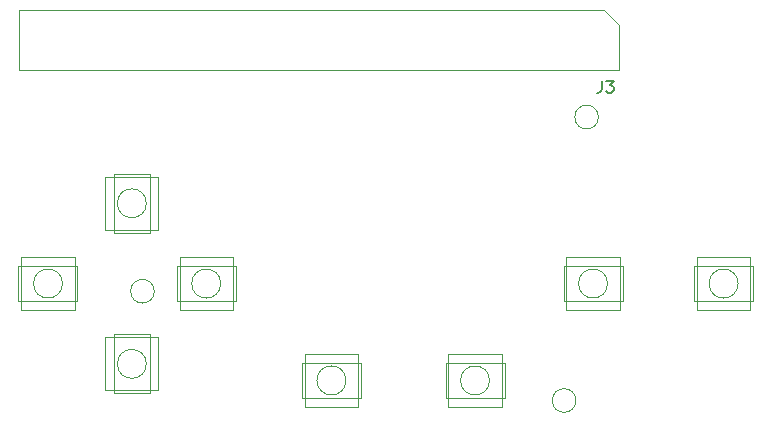
<source format=gbr>
%TF.GenerationSoftware,KiCad,Pcbnew,(6.0.8)*%
%TF.CreationDate,2022-10-11T12:28:16+11:00*%
%TF.ProjectId,PicoGamePad_V3_0_0_A,5069636f-4761-46d6-9550-61645f56335f,4.0.0 (Rev A)*%
%TF.SameCoordinates,Original*%
%TF.FileFunction,AssemblyDrawing,Top*%
%FSLAX46Y46*%
G04 Gerber Fmt 4.6, Leading zero omitted, Abs format (unit mm)*
G04 Created by KiCad (PCBNEW (6.0.8)) date 2022-10-11 12:28:16*
%MOMM*%
%LPD*%
G01*
G04 APERTURE LIST*
%ADD10C,0.150000*%
%ADD11C,0.120000*%
%ADD12C,0.010000*%
%ADD13C,0.100000*%
G04 APERTURE END LIST*
D10*
%TO.C,J3*%
X142691666Y-62427380D02*
X142691666Y-63141666D01*
X142644047Y-63284523D01*
X142548809Y-63379761D01*
X142405952Y-63427380D01*
X142310714Y-63427380D01*
X143072619Y-62427380D02*
X143691666Y-62427380D01*
X143358333Y-62808333D01*
X143501190Y-62808333D01*
X143596428Y-62855952D01*
X143644047Y-62903571D01*
X143691666Y-62998809D01*
X143691666Y-63236904D01*
X143644047Y-63332142D01*
X143596428Y-63379761D01*
X143501190Y-63427380D01*
X143215476Y-63427380D01*
X143120238Y-63379761D01*
X143072619Y-63332142D01*
D11*
%TO.C,SW6*%
X150750000Y-77350000D02*
X155250000Y-77350000D01*
X155250000Y-77350000D02*
X155250000Y-81850000D01*
X155250000Y-81850000D02*
X150750000Y-81850000D01*
X150750000Y-81850000D02*
X150750000Y-77350000D01*
D12*
X150500000Y-78100000D02*
X155500000Y-78100000D01*
X155500000Y-78100000D02*
X155500000Y-81100000D01*
X155500000Y-81100000D02*
X150500000Y-81100000D01*
X150500000Y-81100000D02*
X150500000Y-78100000D01*
D11*
X154225000Y-79600000D02*
G75*
G03*
X154225000Y-79600000I-1225000J0D01*
G01*
D12*
%TO.C,SW5*%
X104400000Y-70300000D02*
X101400000Y-70300000D01*
X101400000Y-70300000D02*
X101400000Y-75300000D01*
X101400000Y-75300000D02*
X104400000Y-75300000D01*
X104400000Y-75300000D02*
X104400000Y-70300000D01*
D11*
X105150000Y-70550000D02*
X100650000Y-70550000D01*
X100650000Y-70550000D02*
X100650000Y-75050000D01*
X100650000Y-75050000D02*
X105150000Y-75050000D01*
X105150000Y-75050000D02*
X105150000Y-70550000D01*
X104125000Y-72800000D02*
G75*
G03*
X104125000Y-72800000I-1225000J0D01*
G01*
D13*
%TO.C,FID3*%
X142400000Y-65500000D02*
G75*
G03*
X142400000Y-65500000I-1000000J0D01*
G01*
D11*
%TO.C,SW1*%
X105150000Y-84150000D02*
X100650000Y-84150000D01*
X100650000Y-84150000D02*
X100650000Y-88650000D01*
X100650000Y-88650000D02*
X105150000Y-88650000D01*
X105150000Y-88650000D02*
X105150000Y-84150000D01*
D12*
X104400000Y-83900000D02*
X101400000Y-83900000D01*
X101400000Y-83900000D02*
X101400000Y-88900000D01*
X101400000Y-88900000D02*
X104400000Y-88900000D01*
X104400000Y-88900000D02*
X104400000Y-83900000D01*
D11*
X104125000Y-86400000D02*
G75*
G03*
X104125000Y-86400000I-1225000J0D01*
G01*
D13*
%TO.C,FID2*%
X140500000Y-89500000D02*
G75*
G03*
X140500000Y-89500000I-1000000J0D01*
G01*
D11*
%TO.C,SW2*%
X129710000Y-85550000D02*
X134210000Y-85550000D01*
X134210000Y-85550000D02*
X134210000Y-90050000D01*
X134210000Y-90050000D02*
X129710000Y-90050000D01*
X129710000Y-90050000D02*
X129710000Y-85550000D01*
D12*
X129460000Y-86300000D02*
X134460000Y-86300000D01*
X134460000Y-86300000D02*
X134460000Y-89300000D01*
X134460000Y-89300000D02*
X129460000Y-89300000D01*
X129460000Y-89300000D02*
X129460000Y-86300000D01*
D11*
X133185000Y-87800000D02*
G75*
G03*
X133185000Y-87800000I-1225000J0D01*
G01*
D12*
%TO.C,SW8*%
X117300000Y-86300000D02*
X122300000Y-86300000D01*
X122300000Y-86300000D02*
X122300000Y-89300000D01*
X122300000Y-89300000D02*
X117300000Y-89300000D01*
X117300000Y-89300000D02*
X117300000Y-86300000D01*
D11*
X117550000Y-85550000D02*
X122050000Y-85550000D01*
X122050000Y-85550000D02*
X122050000Y-90050000D01*
X122050000Y-90050000D02*
X117550000Y-90050000D01*
X117550000Y-90050000D02*
X117550000Y-85550000D01*
X121025000Y-87800000D02*
G75*
G03*
X121025000Y-87800000I-1225000J0D01*
G01*
D12*
%TO.C,SW3*%
X98300000Y-81100000D02*
X93300000Y-81100000D01*
X93300000Y-81100000D02*
X93300000Y-78100000D01*
X93300000Y-78100000D02*
X98300000Y-78100000D01*
X98300000Y-78100000D02*
X98300000Y-81100000D01*
D11*
X98050000Y-81850000D02*
X93550000Y-81850000D01*
X93550000Y-81850000D02*
X93550000Y-77350000D01*
X93550000Y-77350000D02*
X98050000Y-77350000D01*
X98050000Y-77350000D02*
X98050000Y-81850000D01*
X97025000Y-79600000D02*
G75*
G03*
X97025000Y-79600000I-1225000J0D01*
G01*
%TO.C,SW7*%
X111450000Y-81850000D02*
X106950000Y-81850000D01*
X106950000Y-81850000D02*
X106950000Y-77350000D01*
X106950000Y-77350000D02*
X111450000Y-77350000D01*
X111450000Y-77350000D02*
X111450000Y-81850000D01*
D12*
X111700000Y-81100000D02*
X106700000Y-81100000D01*
X106700000Y-81100000D02*
X106700000Y-78100000D01*
X106700000Y-78100000D02*
X111700000Y-78100000D01*
X111700000Y-78100000D02*
X111700000Y-81100000D01*
D11*
X110425000Y-79600000D02*
G75*
G03*
X110425000Y-79600000I-1225000J0D01*
G01*
D12*
%TO.C,SW4*%
X139450000Y-78100000D02*
X144450000Y-78100000D01*
X144450000Y-78100000D02*
X144450000Y-81100000D01*
X144450000Y-81100000D02*
X139450000Y-81100000D01*
X139450000Y-81100000D02*
X139450000Y-78100000D01*
D11*
X139700000Y-77350000D02*
X144200000Y-77350000D01*
X144200000Y-77350000D02*
X144200000Y-81850000D01*
X144200000Y-81850000D02*
X139700000Y-81850000D01*
X139700000Y-81850000D02*
X139700000Y-77350000D01*
X143175000Y-79600000D02*
G75*
G03*
X143175000Y-79600000I-1225000J0D01*
G01*
D13*
%TO.C,FID1*%
X104800000Y-80250000D02*
G75*
G03*
X104800000Y-80250000I-1000000J0D01*
G01*
%TO.C,J3*%
X93370000Y-61535000D02*
X93370000Y-56455000D01*
X93370000Y-56455000D02*
X142900000Y-56455000D01*
X142900000Y-56455000D02*
X144170000Y-57725000D01*
X144170000Y-61535000D02*
X93370000Y-61535000D01*
X144170000Y-57725000D02*
X144170000Y-61535000D01*
%TD*%
M02*

</source>
